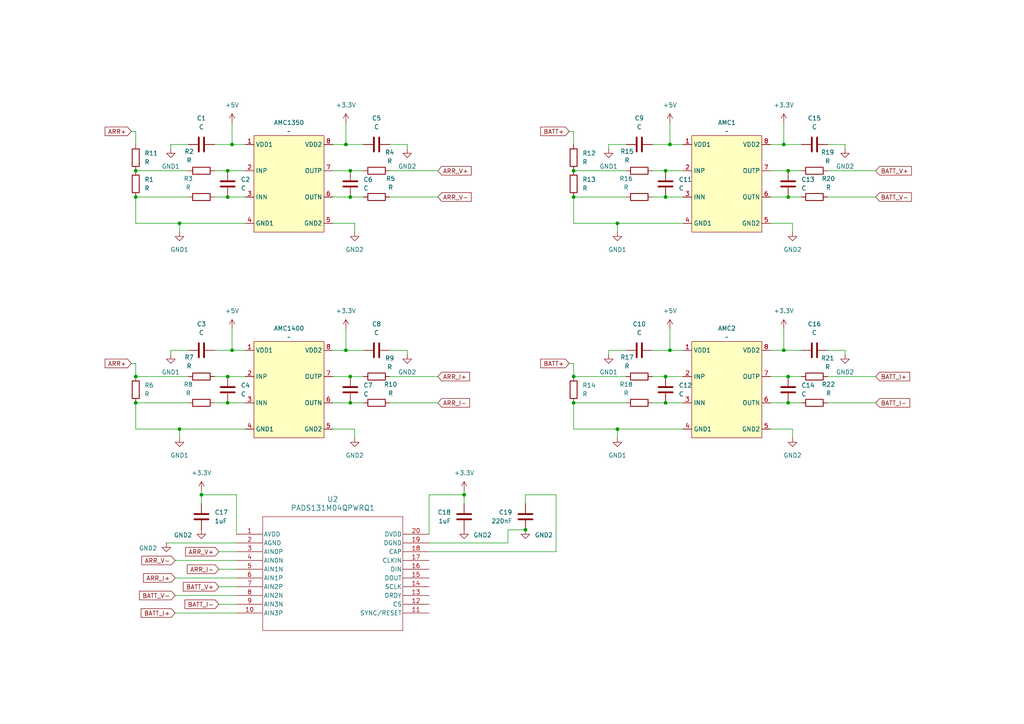
<source format=kicad_sch>
(kicad_sch (version 20231120) (generator "eeschema") (generator_version "8.0")
  (paper "A4")
  (lib_symbols
    (symbol "Device:C" (pin_numbers hide) (pin_names (offset 0.254))
      (property "Reference" "C" (at 0.635 2.54 0))
      (property "Value" "C" (at 0.635 -2.54 0))
      (symbol "C_0_1"
        (polyline (pts (xy -2.032 -0.762) (xy 2.032 -0.762)) (stroke (width 0.508)))
        (polyline (pts (xy -2.032 0.762) (xy 2.032 0.762)) (stroke (width 0.508)))
      )
      (symbol "C_1_1"
        (pin passive line (at 0 3.81 270) (length 2.794) (name "~") (number "1"))
        (pin passive line (at 0 -3.81 90) (length 2.794) (name "~") (number "2"))
      )
    )
    (symbol "Device:R" (pin_numbers hide) (pin_names (offset 0))
      (property "Reference" "R" (at 2.032 0 90))
      (property "Value" "R" (at 0 0 90))
      (symbol "R_0_1"
        (rectangle (start -1.016 -2.54) (end 1.016 2.54) (stroke (width 0.254)))
      )
      (symbol "R_1_1"
        (pin passive line (at 0 3.81 270) (length 1.27) (name "~") (number "1"))
        (pin passive line (at 0 -3.81 90) (length 1.27) (name "~") (number "2"))
      )
    )
    (symbol "MPPT Parts:AMC1350"
      (property "Reference" "AMC1350" (at 0 0 0))
      (symbol "AMC1350_1_1"
        (rectangle (start -10.16 -1.27) (end 10.16 -29.21) (fill (type background)))
        (pin power_in line (at -12.7 -3.81 0) (length 2.54) (name "VDD1") (number "1"))
        (pin input line (at -12.7 -11.43 0) (length 2.54) (name "INP") (number "2"))
        (pin input line (at -12.7 -19.05 0) (length 2.54) (name "INN") (number "3"))
        (pin passive line (at -12.7 -26.67 0) (length 2.54) (name "GND1") (number "4"))
        (pin passive line (at 12.7 -26.67 180) (length 2.54) (name "GND2") (number "5"))
        (pin output line (at 12.7 -19.05 180) (length 2.54) (name "OUTN") (number "6"))
        (pin output line (at 12.7 -11.43 180) (length 2.54) (name "OUTP") (number "7"))
        (pin power_in line (at 12.7 -3.81 180) (length 2.54) (name "VDD2") (number "8"))
      )
    )
    (symbol "MPPT Parts:AMC1400"
      (property "Reference" "AMC1400" (at 0 0 0))
      (symbol "AMC1400_1_1"
        (rectangle (start -10.16 -1.27) (end 10.16 -29.21) (fill (type background)))
        (pin power_in line (at -12.7 -3.81 0) (length 2.54) (name "VDD1") (number "1"))
        (pin input line (at -12.7 -11.43 0) (length 2.54) (name "INP") (number "2"))
        (pin input line (at -12.7 -19.05 0) (length 2.54) (name "INN") (number "3"))
        (pin passive line (at -12.7 -26.67 0) (length 2.54) (name "GND1") (number "4"))
        (pin passive line (at 12.7 -26.67 180) (length 2.54) (name "GND2") (number "5"))
        (pin output line (at 12.7 -19.05 180) (length 2.54) (name "OUTN") (number "6"))
        (pin output line (at 12.7 -11.43 180) (length 2.54) (name "OUTP") (number "7"))
        (pin power_in line (at 12.7 -3.81 180) (length 2.54) (name "VDD2") (number "8"))
      )
    )
    (symbol "MPPT Parts:PADS131M04QPWRQ1" (pin_names (offset 0.254))
      (property "Reference" "U" (at 27.94 10.16 0))
      (property "Value" "PADS131M04QPWRQ1" (at 27.94 7.62 0))
      (symbol "PADS131M04QPWRQ1_0_1"
        (polyline (pts (xy 7.62 -27.94) (xy 48.26 -27.94)) (stroke (width 0.127)))
        (polyline (pts (xy 7.62 5.08) (xy 7.62 -27.94)) (stroke (width 0.127)))
        (polyline (pts (xy 48.26 -27.94) (xy 48.26 5.08)) (stroke (width 0.127)))
        (polyline (pts (xy 48.26 5.08) (xy 7.62 5.08)) (stroke (width 0.127)))
        (pin unspecified line (at 0 0 0) (length 7.62) (name "AVDD") (number "1"))
        (pin input line (at 0 -22.86 0) (length 7.62) (name "AIN3P") (number "10"))
        (pin input line (at 55.88 -22.86 180) (length 7.62) (name "SYNC/RESET") (number "11"))
        (pin input line (at 55.88 -20.32 180) (length 7.62) (name "CS") (number "12"))
        (pin output line (at 55.88 -17.78 180) (length 7.62) (name "DRDY") (number "13"))
        (pin input line (at 55.88 -15.24 180) (length 7.62) (name "SCLK") (number "14"))
        (pin output line (at 55.88 -12.7 180) (length 7.62) (name "DOUT") (number "15"))
        (pin input line (at 55.88 -10.16 180) (length 7.62) (name "DIN") (number "16"))
        (pin input line (at 55.88 -7.62 180) (length 7.62) (name "CLKIN") (number "17"))
        (pin output line (at 55.88 -5.08 180) (length 7.62) (name "CAP") (number "18"))
        (pin power_out line (at 55.88 -2.54 180) (length 7.62) (name "DGND") (number "19"))
        (pin power_out line (at 0 -2.54 0) (length 7.62) (name "AGND") (number "2"))
        (pin bidirectional line (at 55.88 0 180) (length 7.62) (name "DVDD") (number "20"))
        (pin input line (at 0 -5.08 0) (length 7.62) (name "AIN0P") (number "3"))
        (pin input line (at 0 -7.62 0) (length 7.62) (name "AIN0N") (number "4"))
        (pin input line (at 0 -10.16 0) (length 7.62) (name "AIN1N") (number "5"))
        (pin input line (at 0 -12.7 0) (length 7.62) (name "AIN1P") (number "6"))
        (pin input line (at 0 -15.24 0) (length 7.62) (name "AIN2P") (number "7"))
        (pin input line (at 0 -17.78 0) (length 7.62) (name "AIN2N") (number "8"))
        (pin input line (at 0 -20.32 0) (length 7.62) (name "AIN3N") (number "9"))
      )
    )
    (symbol "power:+3.3V" (power) (pin_numbers hide) (pin_names (offset 0) hide)
      (property "Value" "+3.3V" (at 0 3.556 0))
      (symbol "+3.3V_0_1"
        (polyline (pts (xy -0.762 1.27) (xy 0 2.54)))
        (polyline (pts (xy 0 0) (xy 0 2.54)))
        (polyline (pts (xy 0 2.54) (xy 0.762 1.27)))
      )
      (symbol "+3.3V_1_1"
        (pin power_in line (at 0 0 90) (length 0) (name "~") (number "1"))
      )
    )
    (symbol "power:+5V" (power) (pin_numbers hide) (pin_names (offset 0) hide)
      (property "Value" "+5V" (at 0 3.556 0))
      (symbol "+5V_0_1"
        (polyline (pts (xy -0.762 1.27) (xy 0 2.54)))
        (polyline (pts (xy 0 0) (xy 0 2.54)))
        (polyline (pts (xy 0 2.54) (xy 0.762 1.27)))
      )
      (symbol "+5V_1_1"
        (pin power_in line (at 0 0 90) (length 0) (name "~") (number "1"))
      )
    )
    (symbol "power:GND1" (power) (pin_numbers hide) (pin_names (offset 0) hide)
      (property "Value" "GND1" (at 0 -3.81 0))
      (symbol "GND1_0_1"
        (polyline (pts (xy 0 0) (xy 0 -1.27) (xy 1.27 -1.27) (xy 0 -2.54) (xy -1.27 -1.27) (xy 0 -1.27)))
      )
      (symbol "GND1_1_1"
        (pin power_in line (at 0 0 270) (length 0) (name "~") (number "1"))
      )
    )
    (symbol "power:GND2" (power) (pin_numbers hide) (pin_names (offset 0) hide)
      (property "Value" "GND2" (at 0 -3.81 0))
      (symbol "GND2_0_1"
        (polyline (pts (xy 0 0) (xy 0 -1.27) (xy 1.27 -1.27) (xy 0 -2.54) (xy -1.27 -1.27) (xy 0 -1.27)))
      )
      (symbol "GND2_1_1"
        (pin power_in line (at 0 0 270) (length 0) (name "~") (number "1"))
      )
    )
  )
  (junction (at 193.04 57.15))
  (junction (at 66.04 49.53))
  (junction (at 179.07 124.46))
  (junction (at 66.04 57.15))
  (junction (at 39.37 109.22))
  (junction (at 228.6 49.53))
  (junction (at 39.37 57.15))
  (junction (at 67.31 41.91))
  (junction (at 228.6 116.84))
  (junction (at 166.37 116.84))
  (junction (at 179.07 64.77))
  (junction (at 228.6 109.22))
  (junction (at 39.37 49.53))
  (junction (at 194.31 41.91))
  (junction (at 66.04 116.84))
  (junction (at 166.37 57.15))
  (junction (at 101.6 49.53))
  (junction (at 134.62 143.51))
  (junction (at 194.31 101.6))
  (junction (at 166.37 109.22))
  (junction (at 193.04 109.22))
  (junction (at 152.4 153.67))
  (junction (at 193.04 49.53))
  (junction (at 166.37 49.53))
  (junction (at 58.42 143.51))
  (junction (at 39.37 116.84))
  (junction (at 52.07 64.77))
  (junction (at 52.07 124.46))
  (junction (at 227.33 101.6))
  (junction (at 193.04 116.84))
  (junction (at 100.33 41.91))
  (junction (at 227.33 41.91))
  (junction (at 101.6 109.22))
  (junction (at 67.31 101.6))
  (junction (at 101.6 116.84))
  (junction (at 101.6 57.15))
  (junction (at 66.04 109.22))
  (junction (at 100.33 101.6))
  (junction (at 228.6 57.15))
  (wire (pts (xy 101.6 109.22) (xy 105.41 109.22)))
  (wire (pts (xy 240.03 116.84) (xy 254 116.84)))
  (wire (pts (xy 227.33 95.25) (xy 227.33 101.6)))
  (wire (pts (xy 228.6 116.84) (xy 232.41 116.84)))
  (wire (pts (xy 39.37 57.15) (xy 39.37 64.77)))
  (wire (pts (xy 193.04 57.15) (xy 198.12 57.15)))
  (wire (pts (xy 63.5 160.02) (xy 68.58 160.02)))
  (wire (pts (xy 165.1 105.41) (xy 166.37 105.41)))
  (wire (pts (xy 166.37 57.15) (xy 166.37 64.77)))
  (wire (pts (xy 223.52 116.84) (xy 228.6 116.84)))
  (wire (pts (xy 166.37 57.15) (xy 181.61 57.15)))
  (wire (pts (xy 166.37 116.84) (xy 181.61 116.84)))
  (wire (pts (xy 52.07 64.77) (xy 71.12 64.77)))
  (wire (pts (xy 181.61 101.6) (xy 176.53 101.6)))
  (wire (pts (xy 48.26 157.48) (xy 68.58 157.48)))
  (wire (pts (xy 113.03 101.6) (xy 118.11 101.6)))
  (wire (pts (xy 102.87 124.46) (xy 102.87 127)))
  (wire (pts (xy 38.1 38.1) (xy 39.37 38.1)))
  (wire (pts (xy 124.46 160.02) (xy 161.29 160.02)))
  (wire (pts (xy 245.11 41.91) (xy 245.11 43.18)))
  (wire (pts (xy 39.37 109.22) (xy 54.61 109.22)))
  (wire (pts (xy 118.11 41.91) (xy 118.11 43.18)))
  (wire (pts (xy 63.5 165.1) (xy 68.58 165.1)))
  (wire (pts (xy 118.11 101.6) (xy 118.11 102.87)))
  (wire (pts (xy 96.52 57.15) (xy 101.6 57.15)))
  (wire (pts (xy 66.04 49.53) (xy 71.12 49.53)))
  (wire (pts (xy 96.52 41.91) (xy 100.33 41.91)))
  (wire (pts (xy 62.23 101.6) (xy 67.31 101.6)))
  (wire (pts (xy 50.8 172.72) (xy 68.58 172.72)))
  (wire (pts (xy 223.52 101.6) (xy 227.33 101.6)))
  (wire (pts (xy 227.33 35.56) (xy 227.33 41.91)))
  (wire (pts (xy 189.23 101.6) (xy 194.31 101.6)))
  (wire (pts (xy 227.33 41.91) (xy 232.41 41.91)))
  (wire (pts (xy 101.6 49.53) (xy 105.41 49.53)))
  (wire (pts (xy 100.33 101.6) (xy 105.41 101.6)))
  (wire (pts (xy 189.23 41.91) (xy 194.31 41.91)))
  (wire (pts (xy 96.52 109.22) (xy 101.6 109.22)))
  (wire (pts (xy 240.03 49.53) (xy 254 49.53)))
  (wire (pts (xy 147.32 153.67) (xy 152.4 153.67)))
  (wire (pts (xy 223.52 41.91) (xy 227.33 41.91)))
  (wire (pts (xy 62.23 57.15) (xy 66.04 57.15)))
  (wire (pts (xy 228.6 49.53) (xy 232.41 49.53)))
  (wire (pts (xy 194.31 35.56) (xy 194.31 41.91)))
  (wire (pts (xy 176.53 43.18) (xy 176.53 41.91)))
  (wire (pts (xy 166.37 105.41) (xy 166.37 109.22)))
  (wire (pts (xy 50.8 167.64) (xy 68.58 167.64)))
  (wire (pts (xy 67.31 95.25) (xy 67.31 101.6)))
  (wire (pts (xy 166.37 49.53) (xy 181.61 49.53)))
  (wire (pts (xy 96.52 49.53) (xy 101.6 49.53)))
  (wire (pts (xy 67.31 41.91) (xy 71.12 41.91)))
  (wire (pts (xy 66.04 57.15) (xy 71.12 57.15)))
  (wire (pts (xy 58.42 142.24) (xy 58.42 143.51)))
  (wire (pts (xy 52.07 124.46) (xy 71.12 124.46)))
  (wire (pts (xy 134.62 142.24) (xy 134.62 143.51)))
  (wire (pts (xy 179.07 64.77) (xy 179.07 67.31)))
  (wire (pts (xy 245.11 101.6) (xy 245.11 102.87)))
  (wire (pts (xy 193.04 49.53) (xy 198.12 49.53)))
  (wire (pts (xy 39.37 116.84) (xy 54.61 116.84)))
  (wire (pts (xy 39.37 116.84) (xy 39.37 124.46)))
  (wire (pts (xy 194.31 41.91) (xy 198.12 41.91)))
  (wire (pts (xy 161.29 160.02) (xy 161.29 143.51)))
  (wire (pts (xy 62.23 41.91) (xy 67.31 41.91)))
  (wire (pts (xy 229.87 64.77) (xy 229.87 67.31)))
  (wire (pts (xy 52.07 124.46) (xy 52.07 127)))
  (wire (pts (xy 166.37 64.77) (xy 179.07 64.77)))
  (wire (pts (xy 189.23 57.15) (xy 193.04 57.15)))
  (wire (pts (xy 63.5 175.26) (xy 68.58 175.26)))
  (wire (pts (xy 194.31 101.6) (xy 198.12 101.6)))
  (wire (pts (xy 228.6 109.22) (xy 232.41 109.22)))
  (wire (pts (xy 240.03 109.22) (xy 254 109.22)))
  (wire (pts (xy 229.87 124.46) (xy 229.87 127)))
  (wire (pts (xy 68.58 154.94) (xy 68.58 143.51)))
  (wire (pts (xy 165.1 38.1) (xy 166.37 38.1)))
  (wire (pts (xy 179.07 124.46) (xy 198.12 124.46)))
  (wire (pts (xy 161.29 143.51) (xy 152.4 143.51)))
  (wire (pts (xy 66.04 109.22) (xy 71.12 109.22)))
  (wire (pts (xy 50.8 162.56) (xy 68.58 162.56)))
  (wire (pts (xy 223.52 64.77) (xy 229.87 64.77)))
  (wire (pts (xy 179.07 64.77) (xy 198.12 64.77)))
  (wire (pts (xy 127 116.84) (xy 113.03 116.84)))
  (wire (pts (xy 124.46 157.48) (xy 147.32 157.48)))
  (wire (pts (xy 96.52 64.77) (xy 102.87 64.77)))
  (wire (pts (xy 166.37 116.84) (xy 166.37 124.46)))
  (wire (pts (xy 100.33 41.91) (xy 105.41 41.91)))
  (wire (pts (xy 49.53 41.91) (xy 54.61 41.91)))
  (wire (pts (xy 189.23 109.22) (xy 193.04 109.22)))
  (wire (pts (xy 67.31 35.56) (xy 67.31 41.91)))
  (wire (pts (xy 96.52 124.46) (xy 102.87 124.46)))
  (wire (pts (xy 166.37 38.1) (xy 166.37 41.91)))
  (wire (pts (xy 147.32 157.48) (xy 147.32 153.67)))
  (wire (pts (xy 39.37 38.1) (xy 39.37 41.91)))
  (wire (pts (xy 62.23 49.53) (xy 66.04 49.53)))
  (wire (pts (xy 176.53 41.91) (xy 181.61 41.91)))
  (wire (pts (xy 113.03 41.91) (xy 118.11 41.91)))
  (wire (pts (xy 176.53 101.6) (xy 176.53 102.87)))
  (wire (pts (xy 134.62 143.51) (xy 134.62 146.05)))
  (wire (pts (xy 240.03 41.91) (xy 245.11 41.91)))
  (wire (pts (xy 240.03 101.6) (xy 245.11 101.6)))
  (wire (pts (xy 62.23 116.84) (xy 66.04 116.84)))
  (wire (pts (xy 152.4 143.51) (xy 152.4 146.05)))
  (wire (pts (xy 39.37 57.15) (xy 54.61 57.15)))
  (wire (pts (xy 96.52 101.6) (xy 100.33 101.6)))
  (wire (pts (xy 127 49.53) (xy 113.03 49.53)))
  (wire (pts (xy 100.33 35.56) (xy 100.33 41.91)))
  (wire (pts (xy 49.53 101.6) (xy 49.53 102.87)))
  (wire (pts (xy 67.31 101.6) (xy 71.12 101.6)))
  (wire (pts (xy 102.87 64.77) (xy 102.87 67.31)))
  (wire (pts (xy 194.31 95.25) (xy 194.31 101.6)))
  (wire (pts (xy 58.42 143.51) (xy 58.42 146.05)))
  (wire (pts (xy 124.46 143.51) (xy 134.62 143.51)))
  (wire (pts (xy 66.04 116.84) (xy 71.12 116.84)))
  (wire (pts (xy 39.37 124.46) (xy 52.07 124.46)))
  (wire (pts (xy 189.23 116.84) (xy 193.04 116.84)))
  (wire (pts (xy 124.46 154.94) (xy 124.46 143.51)))
  (wire (pts (xy 68.58 143.51) (xy 58.42 143.51)))
  (wire (pts (xy 189.23 49.53) (xy 193.04 49.53)))
  (wire (pts (xy 223.52 49.53) (xy 228.6 49.53)))
  (wire (pts (xy 166.37 124.46) (xy 179.07 124.46)))
  (wire (pts (xy 179.07 124.46) (xy 179.07 127)))
  (wire (pts (xy 100.33 95.25) (xy 100.33 101.6)))
  (wire (pts (xy 54.61 101.6) (xy 49.53 101.6)))
  (wire (pts (xy 62.23 109.22) (xy 66.04 109.22)))
  (wire (pts (xy 227.33 101.6) (xy 232.41 101.6)))
  (wire (pts (xy 127 109.22) (xy 113.03 109.22)))
  (wire (pts (xy 127 57.15) (xy 113.03 57.15)))
  (wire (pts (xy 223.52 109.22) (xy 228.6 109.22)))
  (wire (pts (xy 101.6 57.15) (xy 105.41 57.15)))
  (wire (pts (xy 52.07 64.77) (xy 52.07 67.31)))
  (wire (pts (xy 193.04 116.84) (xy 198.12 116.84)))
  (wire (pts (xy 39.37 105.41) (xy 39.37 109.22)))
  (wire (pts (xy 166.37 109.22) (xy 181.61 109.22)))
  (wire (pts (xy 39.37 49.53) (xy 54.61 49.53)))
  (wire (pts (xy 50.8 177.8) (xy 68.58 177.8)))
  (wire (pts (xy 96.52 116.84) (xy 101.6 116.84)))
  (wire (pts (xy 49.53 43.18) (xy 49.53 41.91)))
  (wire (pts (xy 223.52 57.15) (xy 228.6 57.15)))
  (wire (pts (xy 63.5 170.18) (xy 68.58 170.18)))
  (wire (pts (xy 223.52 124.46) (xy 229.87 124.46)))
  (wire (pts (xy 240.03 57.15) (xy 254 57.15)))
  (wire (pts (xy 101.6 116.84) (xy 105.41 116.84)))
  (wire (pts (xy 39.37 64.77) (xy 52.07 64.77)))
  (wire (pts (xy 38.1 105.41) (xy 39.37 105.41)))
  (wire (pts (xy 228.6 57.15) (xy 232.41 57.15)))
  (wire (pts (xy 193.04 109.22) (xy 198.12 109.22)))
  (global_label "ARR_V-" (shape input) (at 127 57.15 0) (property "Intersheetrefs" "${INTERSHEET_REFS}" (effects (hide yes))))
  (global_label "BATT_V+" (shape input) (at 63.5 170.18 180) (property "Intersheetrefs" "${INTERSHEET_REFS}" (effects (hide yes))))
  (global_label "ARR_I+" (shape input) (at 50.8 167.64 180) (property "Intersheetrefs" "${INTERSHEET_REFS}" (effects (hide yes))))
  (global_label "BATT_V-" (shape input) (at 254 57.15 0) (property "Intersheetrefs" "${INTERSHEET_REFS}" (effects (hide yes))))
  (global_label "ARR_V-" (shape input) (at 50.8 162.56 180) (property "Intersheetrefs" "${INTERSHEET_REFS}" (effects (hide yes))))
  (global_label "BATT+" (shape input) (at 165.1 38.1 180) (property "Intersheetrefs" "${INTERSHEET_REFS}" (effects (hide yes))))
  (global_label "BATT_I+" (shape input) (at 50.8 177.8 180) (property "Intersheetrefs" "${INTERSHEET_REFS}" (effects (hide yes))))
  (global_label "BATT+" (shape input) (at 165.1 105.41 180) (property "Intersheetrefs" "${INTERSHEET_REFS}" (effects (hide yes))))
  (global_label "ARR_I-" (shape input) (at 63.5 165.1 180) (property "Intersheetrefs" "${INTERSHEET_REFS}" (effects (hide yes))))
  (global_label "BATT_I+" (shape input) (at 254 109.22 0) (property "Intersheetrefs" "${INTERSHEET_REFS}" (effects (hide yes))))
  (global_label "ARR_V+" (shape input) (at 127 49.53 0) (property "Intersheetrefs" "${INTERSHEET_REFS}" (effects (hide yes))))
  (global_label "BATT_I-" (shape input) (at 63.5 175.26 180) (property "Intersheetrefs" "${INTERSHEET_REFS}" (effects (hide yes))))
  (global_label "ARR_I+" (shape input) (at 127 109.22 0) (property "Intersheetrefs" "${INTERSHEET_REFS}" (effects (hide yes))))
  (global_label "BATT_V+" (shape input) (at 254 49.53 0) (property "Intersheetrefs" "${INTERSHEET_REFS}" (effects (hide yes))))
  (global_label "ARR_I-" (shape input) (at 127 116.84 0) (property "Intersheetrefs" "${INTERSHEET_REFS}" (effects (hide yes))))
  (global_label "ARR_V+" (shape input) (at 63.5 160.02 180) (property "Intersheetrefs" "${INTERSHEET_REFS}" (effects (hide yes))))
  (global_label "ARR+" (shape input) (at 38.1 105.41 180) (property "Intersheetrefs" "${INTERSHEET_REFS}" (effects (hide yes))))
  (global_label "ARR+" (shape input) (at 38.1 38.1 180) (property "Intersheetrefs" "${INTERSHEET_REFS}" (effects (hide yes))))
  (global_label "BATT_V-" (shape input) (at 50.8 172.72 180) (property "Intersheetrefs" "${INTERSHEET_REFS}" (effects (hide yes))))
  (global_label "BATT_I-" (shape input) (at 254 116.84 0) (property "Intersheetrefs" "${INTERSHEET_REFS}" (effects (hide yes))))
  (symbol (lib_id "MPPT Parts:AMC1400") (at 83.82 97.79 0) (unit 1)
    (property "Reference" "AMC1400" (at 83.82 95.25 0))
    (property "Value" "~" (at 83.82 97.79 0))
  )
  (symbol (lib_id "power:GND2") (at 229.87 67.31 0) (unit 1)
    (property "Reference" "#PWR021" (effects (hide yes)))
    (property "Value" "GND2" (at 229.87 72.39 0))
    (property "Description" "Power symbol creates a global label with name \"GND2\" , ground" (effects (hide yes)))
  )
  (symbol (lib_id "power:GND2") (at 152.4 153.67 0) (mirror y) (unit 1)
    (property "Reference" "#PWR030" (effects (hide yes)))
    (property "Value" "GND2" (at 157.734 155.194 0))
    (property "Description" "Power symbol creates a global label with name \"GND2\" , ground" (effects (hide yes)))
  )
  (symbol (lib_id "Device:R") (at 109.22 57.15 270) (unit 1)
    (property "Reference" "R5" (at 113.284 51.816 90))
    (property "Value" "R" (at 113.284 54.356 90))
    (property "Description" "Resistor" (effects (hide yes)))
  )
  (symbol (lib_id "Device:R") (at 166.37 113.03 0) (unit 1)
    (property "Reference" "R14" (at 168.91 111.7599 0) (effects (justify left)))
    (property "Value" "R" (at 168.91 114.2999 0) (effects (justify left)))
    (property "Description" "Resistor" (effects (hide yes)))
  )
  (symbol (lib_id "Device:C") (at 58.42 101.6 90) (unit 1)
    (property "Reference" "C3" (at 58.42 93.98 90))
    (property "Value" "C" (at 58.42 96.52 90))
    (property "Description" "Unpolarized capacitor" (effects (hide yes)))
  )
  (symbol (lib_id "power:GND2") (at 58.42 153.67 0) (unit 1)
    (property "Reference" "#PWR026" (effects (hide yes)))
    (property "Value" "GND2" (at 53.086 155.194 0))
    (property "Description" "Power symbol creates a global label with name \"GND2\" , ground" (effects (hide yes)))
  )
  (symbol (lib_id "power:+5V") (at 194.31 35.56 0) (unit 1)
    (property "Reference" "#PWR017" (effects (hide yes)))
    (property "Value" "+5V" (at 194.31 30.48 0))
    (property "Description" "Power symbol creates a global label with name \"+5V\"" (effects (hide yes)))
  )
  (symbol (lib_id "Device:R") (at 39.37 45.72 0) (unit 1)
    (property "Reference" "R11" (at 41.91 44.4499 0) (effects (justify left)))
    (property "Value" "R" (at 41.91 46.9899 0) (effects (justify left)))
    (property "Description" "Resistor" (effects (hide yes)))
  )
  (symbol (lib_id "power:GND2") (at 118.11 102.87 0) (unit 1)
    (property "Reference" "#PWR08" (effects (hide yes)))
    (property "Value" "GND2" (at 118.11 107.95 0))
    (property "Description" "Power symbol creates a global label with name \"GND2\" , ground" (effects (hide yes)))
  )
  (symbol (lib_id "Device:R") (at 58.42 109.22 270) (unit 1)
    (property "Reference" "R7" (at 54.864 103.632 90))
    (property "Value" "R" (at 54.864 106.172 90))
    (property "Description" "Resistor" (effects (hide yes)))
  )
  (symbol (lib_id "Device:C") (at 193.04 113.03 0) (unit 1)
    (property "Reference" "C12" (at 196.85 111.7599 0) (effects (justify left)))
    (property "Value" "C" (at 196.85 114.2999 0) (effects (justify left)))
    (property "Description" "Unpolarized capacitor" (effects (hide yes)))
  )
  (symbol (lib_id "power:+5V") (at 194.31 95.25 0) (unit 1)
    (property "Reference" "#PWR018" (effects (hide yes)))
    (property "Value" "+5V" (at 194.31 90.17 0))
    (property "Description" "Power symbol creates a global label with name \"+5V\"" (effects (hide yes)))
  )
  (symbol (lib_id "power:GND2") (at 48.26 157.48 0) (unit 1)
    (property "Reference" "#PWR027" (effects (hide yes)))
    (property "Value" "GND2" (at 42.926 159.004 0))
    (property "Description" "Power symbol creates a global label with name \"GND2\" , ground" (effects (hide yes)))
  )
  (symbol (lib_id "Device:C") (at 66.04 53.34 0) (unit 1)
    (property "Reference" "C2" (at 69.85 52.0699 0) (effects (justify left)))
    (property "Value" "C" (at 69.85 54.6099 0) (effects (justify left)))
    (property "Description" "Unpolarized capacitor" (effects (hide yes)))
  )
  (symbol (lib_id "power:GND1") (at 176.53 102.87 0) (unit 1)
    (property "Reference" "#PWR014" (effects (hide yes)))
    (property "Value" "GND1" (at 176.53 107.95 0))
    (property "Description" "Power symbol creates a global label with name \"GND1\" , ground" (effects (hide yes)))
  )
  (symbol (lib_id "power:GND2") (at 245.11 102.87 0) (unit 1)
    (property "Reference" "#PWR024" (effects (hide yes)))
    (property "Value" "GND2" (at 245.11 107.95 0))
    (property "Description" "Power symbol creates a global label with name \"GND2\" , ground" (effects (hide yes)))
  )
  (symbol (lib_id "Device:C") (at 58.42 41.91 90) (unit 1)
    (property "Reference" "C1" (at 58.42 34.29 90))
    (property "Value" "C" (at 58.42 36.83 90))
    (property "Description" "Unpolarized capacitor" (effects (hide yes)))
  )
  (symbol (lib_id "MPPT Parts:AMC1350") (at 210.82 38.1 0) (unit 1)
    (property "Reference" "AMC1" (at 210.82 35.56 0))
    (property "Value" "~" (at 210.82 38.1 0))
  )
  (symbol (lib_id "power:+5V") (at 67.31 95.25 0) (unit 1)
    (property "Reference" "#PWR012" (effects (hide yes)))
    (property "Value" "+5V" (at 67.31 90.17 0))
    (property "Description" "Power symbol creates a global label with name \"+5V\"" (effects (hide yes)))
  )
  (symbol (lib_id "Device:C") (at 58.42 149.86 180) (unit 1)
    (property "Reference" "C17" (at 62.23 148.5899 0) (effects (justify right)))
    (property "Value" "1uF" (at 62.23 151.1299 0) (effects (justify right)))
    (property "Description" "Unpolarized capacitor" (effects (hide yes)))
  )
  (symbol (lib_id "power:GND1") (at 52.07 127 0) (unit 1)
    (property "Reference" "#PWR03" (effects (hide yes)))
    (property "Value" "GND1" (at 52.07 132.08 0))
    (property "Description" "Power symbol creates a global label with name \"GND1\" , ground" (effects (hide yes)))
  )
  (symbol (lib_id "power:+3.3V") (at 134.62 142.24 0) (mirror y) (unit 1)
    (property "Reference" "#PWR028" (effects (hide yes)))
    (property "Value" "+3.3V" (at 134.62 137.16 0))
    (property "Description" "Power symbol creates a global label with name \"+3.3V\"" (effects (hide yes)))
  )
  (symbol (lib_id "power:GND1") (at 179.07 67.31 0) (unit 1)
    (property "Reference" "#PWR015" (effects (hide yes)))
    (property "Value" "GND1" (at 179.07 72.39 0))
    (property "Description" "Power symbol creates a global label with name \"GND1\" , ground" (effects (hide yes)))
  )
  (symbol (lib_id "MPPT Parts:AMC1400") (at 210.82 97.79 0) (unit 1)
    (property "Reference" "AMC2" (at 210.82 95.25 0))
    (property "Value" "~" (at 210.82 97.79 0))
  )
  (symbol (lib_id "power:GND2") (at 134.62 153.67 0) (mirror y) (unit 1)
    (property "Reference" "#PWR029" (effects (hide yes)))
    (property "Value" "GND2" (at 139.954 155.194 0))
    (property "Description" "Power symbol creates a global label with name \"GND2\" , ground" (effects (hide yes)))
  )
  (symbol (lib_id "Device:C") (at 185.42 41.91 90) (unit 1)
    (property "Reference" "C9" (at 185.42 34.29 90))
    (property "Value" "C" (at 185.42 36.83 90))
    (property "Description" "Unpolarized capacitor" (effects (hide yes)))
  )
  (symbol (lib_id "MPPT Parts:PADS131M04QPWRQ1") (at 68.58 154.94 0) (unit 1)
    (property "Reference" "U2" (at 96.52 144.78 0) (effects (font (size 1.524 1.524))))
    (property "Value" "PADS131M04QPWRQ1" (at 96.52 147.32 0) (effects (font (size 1.524 1.524))))
    (property "Footprint" "TSSOP20_PW_TEX" (effects (hide yes)))
    (property "Datasheet" "PADS131M04QPWRQ1" (effects (hide yes)))
  )
  (symbol (lib_id "power:+3.3V") (at 58.42 142.24 0) (unit 1)
    (property "Reference" "#PWR025" (effects (hide yes)))
    (property "Value" "+3.3V" (at 58.42 137.16 0))
    (property "Description" "Power symbol creates a global label with name \"+3.3V\"" (effects (hide yes)))
  )
  (symbol (lib_id "Device:R") (at 166.37 45.72 0) (unit 1)
    (property "Reference" "R12" (at 168.91 44.4499 0) (effects (justify left)))
    (property "Value" "R" (at 168.91 46.9899 0) (effects (justify left)))
    (property "Description" "Resistor" (effects (hide yes)))
  )
  (symbol (lib_id "Device:R") (at 185.42 116.84 270) (unit 1)
    (property "Reference" "R18" (at 181.61 111.506 90))
    (property "Value" "R" (at 181.61 114.046 90))
    (property "Description" "Resistor" (effects (hide yes)))
  )
  (symbol (lib_id "power:+5V") (at 67.31 35.56 0) (unit 1)
    (property "Reference" "#PWR011" (effects (hide yes)))
    (property "Value" "+5V" (at 67.31 30.48 0))
    (property "Description" "Power symbol creates a global label with name \"+5V\"" (effects (hide yes)))
  )
  (symbol (lib_id "Device:R") (at 58.42 116.84 270) (unit 1)
    (property "Reference" "R8" (at 54.61 111.506 90))
    (property "Value" "R" (at 54.61 114.046 90))
    (property "Description" "Resistor" (effects (hide yes)))
  )
  (symbol (lib_id "Device:R") (at 109.22 109.22 270) (unit 1)
    (property "Reference" "R9" (at 113.03 103.886 90))
    (property "Value" "R" (at 113.03 106.426 90))
    (property "Description" "Resistor" (effects (hide yes)))
  )
  (symbol (lib_id "Device:R") (at 185.42 57.15 270) (unit 1)
    (property "Reference" "R16" (at 181.61 51.816 90))
    (property "Value" "R" (at 181.61 54.356 90))
    (property "Description" "Resistor" (effects (hide yes)))
  )
  (symbol (lib_id "Device:C") (at 109.22 41.91 270) (unit 1)
    (property "Reference" "C5" (at 109.22 34.29 90))
    (property "Value" "C" (at 109.22 36.83 90))
    (property "Description" "Unpolarized capacitor" (effects (hide yes)))
  )
  (symbol (lib_id "Device:R") (at 185.42 109.22 270) (unit 1)
    (property "Reference" "R17" (at 181.864 103.632 90))
    (property "Value" "R" (at 181.864 106.172 90))
    (property "Description" "Resistor" (effects (hide yes)))
  )
  (symbol (lib_id "Device:R") (at 58.42 57.15 270) (unit 1)
    (property "Reference" "R3" (at 54.61 51.816 90))
    (property "Value" "R" (at 54.61 54.356 90))
    (property "Description" "Resistor" (effects (hide yes)))
  )
  (symbol (lib_id "power:GND1") (at 49.53 43.18 0) (unit 1)
    (property "Reference" "#PWR02" (effects (hide yes)))
    (property "Value" "GND1" (at 49.53 48.26 0))
    (property "Description" "Power symbol creates a global label with name \"GND1\" , ground" (effects (hide yes)))
  )
  (symbol (lib_id "power:+3.3V") (at 227.33 35.56 0) (unit 1)
    (property "Reference" "#PWR019" (effects (hide yes)))
    (property "Value" "+3.3V" (at 227.33 30.48 0))
    (property "Description" "Power symbol creates a global label with name \"+3.3V\"" (effects (hide yes)))
  )
  (symbol (lib_id "Device:R") (at 39.37 113.03 0) (unit 1)
    (property "Reference" "R6" (at 41.91 111.7599 0) (effects (justify left)))
    (property "Value" "R" (at 41.91 114.2999 0) (effects (justify left)))
    (property "Description" "Resistor" (effects (hide yes)))
  )
  (symbol (lib_id "power:+3.3V") (at 100.33 95.25 0) (unit 1)
    (property "Reference" "#PWR013" (effects (hide yes)))
    (property "Value" "+3.3V" (at 100.33 90.17 0))
    (property "Description" "Power symbol creates a global label with name \"+3.3V\"" (effects (hide yes)))
  )
  (symbol (lib_id "Device:R") (at 109.22 116.84 270) (unit 1)
    (property "Reference" "R10" (at 113.284 111.506 90))
    (property "Value" "R" (at 113.284 114.046 90))
    (property "Description" "Resistor" (effects (hide yes)))
  )
  (symbol (lib_id "power:+3.3V") (at 227.33 95.25 0) (unit 1)
    (property "Reference" "#PWR020" (effects (hide yes)))
    (property "Value" "+3.3V" (at 227.33 90.17 0))
    (property "Description" "Power symbol creates a global label with name \"+3.3V\"" (effects (hide yes)))
  )
  (symbol (lib_id "power:GND2") (at 118.11 43.18 0) (unit 1)
    (property "Reference" "#PWR04" (effects (hide yes)))
    (property "Value" "GND2" (at 118.11 48.26 0))
    (property "Description" "Power symbol creates a global label with name \"GND2\" , ground" (effects (hide yes)))
  )
  (symbol (lib_id "power:GND1") (at 179.07 127 0) (unit 1)
    (property "Reference" "#PWR016" (effects (hide yes)))
    (property "Value" "GND1" (at 179.07 132.08 0))
    (property "Description" "Power symbol creates a global label with name \"GND1\" , ground" (effects (hide yes)))
  )
  (symbol (lib_id "Device:C") (at 185.42 101.6 90) (unit 1)
    (property "Reference" "C10" (at 185.42 93.98 90))
    (property "Value" "C" (at 185.42 96.52 90))
    (property "Description" "Unpolarized capacitor" (effects (hide yes)))
  )
  (symbol (lib_id "power:GND2") (at 102.87 67.31 0) (unit 1)
    (property "Reference" "#PWR07" (effects (hide yes)))
    (property "Value" "GND2" (at 102.87 72.39 0))
    (property "Description" "Power symbol creates a global label with name \"GND2\" , ground" (effects (hide yes)))
  )
  (symbol (lib_id "Device:R") (at 236.22 116.84 270) (unit 1)
    (property "Reference" "R22" (at 240.284 111.506 90))
    (property "Value" "R" (at 240.284 114.046 90))
    (property "Description" "Resistor" (effects (hide yes)))
  )
  (symbol (lib_id "Device:C") (at 228.6 53.34 0) (unit 1)
    (property "Reference" "C13" (at 232.41 52.0699 0) (effects (justify left)))
    (property "Value" "C" (at 232.41 54.6099 0) (effects (justify left)))
    (property "Description" "Unpolarized capacitor" (effects (hide yes)))
  )
  (symbol (lib_id "Device:R") (at 166.37 53.34 0) (unit 1)
    (property "Reference" "R13" (at 168.91 52.0699 0) (effects (justify left)))
    (property "Value" "R" (at 168.91 54.6099 0) (effects (justify left)))
    (property "Description" "Resistor" (effects (hide yes)))
  )
  (symbol (lib_id "power:GND2") (at 245.11 43.18 0) (unit 1)
    (property "Reference" "#PWR023" (effects (hide yes)))
    (property "Value" "GND2" (at 245.11 48.26 0))
    (property "Description" "Power symbol creates a global label with name \"GND2\" , ground" (effects (hide yes)))
  )
  (symbol (lib_id "power:GND2") (at 229.87 127 0) (unit 1)
    (property "Reference" "#PWR022" (effects (hide yes)))
    (property "Value" "GND2" (at 229.87 132.08 0))
    (property "Description" "Power symbol creates a global label with name \"GND2\" , ground" (effects (hide yes)))
  )
  (symbol (lib_id "Device:R") (at 39.37 53.34 0) (unit 1)
    (property "Reference" "R1" (at 41.91 52.0699 0) (effects (justify left)))
    (property "Value" "R" (at 41.91 54.6099 0) (effects (justify left)))
    (property "Description" "Resistor" (effects (hide yes)))
  )
  (symbol (lib_id "Device:C") (at 228.6 113.03 0) (unit 1)
    (property "Reference" "C14" (at 232.41 111.7599 0) (effects (justify left)))
    (property "Value" "C" (at 232.41 114.2999 0) (effects (justify left)))
    (property "Description" "Unpolarized capacitor" (effects (hide yes)))
  )
  (symbol (lib_id "power:GND1") (at 49.53 102.87 0) (unit 1)
    (property "Reference" "#PWR05" (effects (hide yes)))
    (property "Value" "GND1" (at 49.53 107.95 0))
    (property "Description" "Power symbol creates a global label with name \"GND1\" , ground" (effects (hide yes)))
  )
  (symbol (lib_id "Device:C") (at 193.04 53.34 0) (unit 1)
    (property "Reference" "C11" (at 196.85 52.0699 0) (effects (justify left)))
    (property "Value" "C" (at 196.85 54.6099 0) (effects (justify left)))
    (property "Description" "Unpolarized capacitor" (effects (hide yes)))
  )
  (symbol (lib_id "Device:C") (at 236.22 41.91 270) (unit 1)
    (property "Reference" "C15" (at 236.22 34.29 90))
    (property "Value" "C" (at 236.22 36.83 90))
    (property "Description" "Unpolarized capacitor" (effects (hide yes)))
  )
  (symbol (lib_id "power:+3.3V") (at 100.33 35.56 0) (unit 1)
    (property "Reference" "#PWR010" (effects (hide yes)))
    (property "Value" "+3.3V" (at 100.33 30.48 0))
    (property "Description" "Power symbol creates a global label with name \"+3.3V\"" (effects (hide yes)))
  )
  (symbol (lib_id "Device:R") (at 236.22 57.15 270) (unit 1)
    (property "Reference" "R20" (at 240.284 51.816 90))
    (property "Value" "R" (at 240.284 54.356 90))
    (property "Description" "Resistor" (effects (hide yes)))
  )
  (symbol (lib_id "Device:C") (at 134.62 149.86 0) (mirror x) (unit 1)
    (property "Reference" "C18" (at 130.81 148.5899 0) (effects (justify right)))
    (property "Value" "1uF" (at 130.81 151.1299 0) (effects (justify right)))
    (property "Description" "Unpolarized capacitor" (effects (hide yes)))
  )
  (symbol (lib_id "Device:C") (at 66.04 113.03 0) (unit 1)
    (property "Reference" "C4" (at 69.85 111.7599 0) (effects (justify left)))
    (property "Value" "C" (at 69.85 114.2999 0) (effects (justify left)))
    (property "Description" "Unpolarized capacitor" (effects (hide yes)))
  )
  (symbol (lib_id "Device:R") (at 185.42 49.53 270) (unit 1)
    (property "Reference" "R15" (at 181.864 43.942 90))
    (property "Value" "R" (at 181.864 46.482 90))
    (property "Description" "Resistor" (effects (hide yes)))
  )
  (symbol (lib_id "power:GND1") (at 176.53 43.18 0) (unit 1)
    (property "Reference" "#PWR09" (effects (hide yes)))
    (property "Value" "GND1" (at 176.53 48.26 0))
    (property "Description" "Power symbol creates a global label with name \"GND1\" , ground" (effects (hide yes)))
  )
  (symbol (lib_id "Device:R") (at 236.22 49.53 270) (unit 1)
    (property "Reference" "R19" (at 240.03 44.196 90))
    (property "Value" "R" (at 240.03 46.736 90))
    (property "Description" "Resistor" (effects (hide yes)))
  )
  (symbol (lib_id "MPPT Parts:AMC1350") (at 83.82 38.1 0) (unit 1)
    (property "Reference" "AMC1350" (at 83.82 35.56 0))
    (property "Value" "~" (at 83.82 38.1 0))
  )
  (symbol (lib_id "Device:R") (at 236.22 109.22 270) (unit 1)
    (property "Reference" "R21" (at 240.03 103.886 90))
    (property "Value" "R" (at 240.03 106.426 90))
    (property "Description" "Resistor" (effects (hide yes)))
  )
  (symbol (lib_id "Device:C") (at 236.22 101.6 270) (unit 1)
    (property "Reference" "C16" (at 236.22 93.98 90))
    (property "Value" "C" (at 236.22 96.52 90))
    (property "Description" "Unpolarized capacitor" (effects (hide yes)))
  )
  (symbol (lib_id "Device:R") (at 109.22 49.53 270) (unit 1)
    (property "Reference" "R4" (at 113.03 44.196 90))
    (property "Value" "R" (at 113.03 46.736 90))
    (property "Description" "Resistor" (effects (hide yes)))
  )
  (symbol (lib_id "Device:R") (at 58.42 49.53 270) (unit 1)
    (property "Reference" "R2" (at 54.864 43.942 90))
    (property "Value" "R" (at 54.864 46.482 90))
    (property "Description" "Resistor" (effects (hide yes)))
  )
  (symbol (lib_id "Device:C") (at 101.6 53.34 0) (unit 1)
    (property "Reference" "C6" (at 105.41 52.0699 0) (effects (justify left)))
    (property "Value" "C" (at 105.41 54.6099 0) (effects (justify left)))
    (property "Description" "Unpolarized capacitor" (effects (hide yes)))
  )
  (symbol (lib_id "Device:C") (at 101.6 113.03 0) (unit 1)
    (property "Reference" "C7" (at 105.41 111.7599 0) (effects (justify left)))
    (property "Value" "C" (at 105.41 114.2999 0) (effects (justify left)))
    (property "Description" "Unpolarized capacitor" (effects (hide yes)))
  )
  (symbol (lib_id "power:GND1") (at 52.07 67.31 0) (unit 1)
    (property "Reference" "#PWR01" (effects (hide yes)))
    (property "Value" "GND1" (at 52.07 72.39 0))
    (property "Description" "Power symbol creates a global label with name \"GND1\" , ground" (effects (hide yes)))
  )
  (symbol (lib_id "Device:C") (at 109.22 101.6 270) (unit 1)
    (property "Reference" "C8" (at 109.22 93.98 90))
    (property "Value" "C" (at 109.22 96.52 90))
    (property "Description" "Unpolarized capacitor" (effects (hide yes)))
  )
  (symbol (lib_id "power:GND2") (at 102.87 127 0) (unit 1)
    (property "Reference" "#PWR06" (effects (hide yes)))
    (property "Value" "GND2" (at 102.87 132.08 0))
    (property "Description" "Power symbol creates a global label with name \"GND2\" , ground" (effects (hide yes)))
  )
  (symbol (lib_id "Device:C") (at 152.4 149.86 0) (mirror x) (unit 1)
    (property "Reference" "C19" (at 148.59 148.5899 0) (effects (justify right)))
    (property "Value" "220nF" (at 148.59 151.1299 0) (effects (justify right)))
    (property "Description" "Unpolarized capacitor" (effects (hide yes)))
  )
)
</source>
